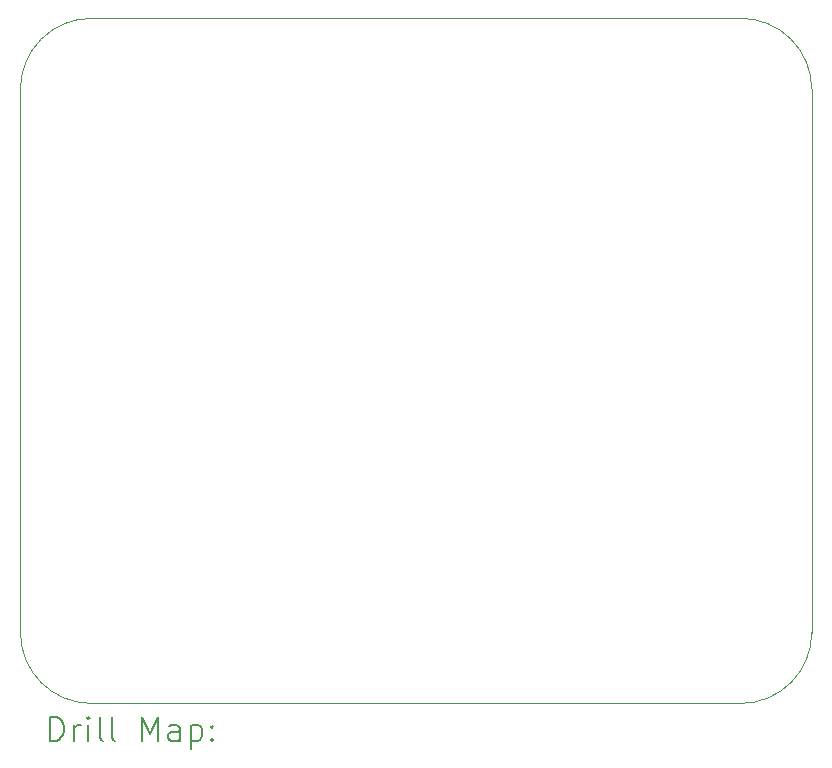
<source format=gbr>
%TF.GenerationSoftware,KiCad,Pcbnew,(6.0.9)*%
%TF.CreationDate,2023-02-07T16:56:12+01:00*%
%TF.ProjectId,driver_stepper_motor,64726976-6572-45f7-9374-65707065725f,2*%
%TF.SameCoordinates,Original*%
%TF.FileFunction,Drillmap*%
%TF.FilePolarity,Positive*%
%FSLAX45Y45*%
G04 Gerber Fmt 4.5, Leading zero omitted, Abs format (unit mm)*
G04 Created by KiCad (PCBNEW (6.0.9)) date 2023-02-07 16:56:12*
%MOMM*%
%LPD*%
G01*
G04 APERTURE LIST*
%ADD10C,0.100000*%
%ADD11C,0.200000*%
G04 APERTURE END LIST*
D10*
X5600000Y-18200000D02*
G75*
G03*
X6200000Y-18800000I600000J0D01*
G01*
X12300000Y-13600000D02*
G75*
G03*
X11700000Y-13000000I-600000J0D01*
G01*
X6200000Y-13000000D02*
G75*
G03*
X5600000Y-13600000I0J-600000D01*
G01*
X11700000Y-18800000D02*
X6200000Y-18800000D01*
X5600000Y-18200000D02*
X5600000Y-13600000D01*
X6200000Y-13000000D02*
X11700000Y-13000000D01*
X12300000Y-13600000D02*
X12300000Y-18200000D01*
X11700000Y-18800000D02*
G75*
G03*
X12300000Y-18200000I0J600000D01*
G01*
D11*
X5852619Y-19115476D02*
X5852619Y-18915476D01*
X5900238Y-18915476D01*
X5928809Y-18925000D01*
X5947857Y-18944048D01*
X5957381Y-18963095D01*
X5966905Y-19001190D01*
X5966905Y-19029762D01*
X5957381Y-19067857D01*
X5947857Y-19086905D01*
X5928809Y-19105952D01*
X5900238Y-19115476D01*
X5852619Y-19115476D01*
X6052619Y-19115476D02*
X6052619Y-18982143D01*
X6052619Y-19020238D02*
X6062143Y-19001190D01*
X6071667Y-18991667D01*
X6090714Y-18982143D01*
X6109762Y-18982143D01*
X6176428Y-19115476D02*
X6176428Y-18982143D01*
X6176428Y-18915476D02*
X6166905Y-18925000D01*
X6176428Y-18934524D01*
X6185952Y-18925000D01*
X6176428Y-18915476D01*
X6176428Y-18934524D01*
X6300238Y-19115476D02*
X6281190Y-19105952D01*
X6271667Y-19086905D01*
X6271667Y-18915476D01*
X6405000Y-19115476D02*
X6385952Y-19105952D01*
X6376428Y-19086905D01*
X6376428Y-18915476D01*
X6633571Y-19115476D02*
X6633571Y-18915476D01*
X6700238Y-19058333D01*
X6766905Y-18915476D01*
X6766905Y-19115476D01*
X6947857Y-19115476D02*
X6947857Y-19010714D01*
X6938333Y-18991667D01*
X6919286Y-18982143D01*
X6881190Y-18982143D01*
X6862143Y-18991667D01*
X6947857Y-19105952D02*
X6928809Y-19115476D01*
X6881190Y-19115476D01*
X6862143Y-19105952D01*
X6852619Y-19086905D01*
X6852619Y-19067857D01*
X6862143Y-19048810D01*
X6881190Y-19039286D01*
X6928809Y-19039286D01*
X6947857Y-19029762D01*
X7043095Y-18982143D02*
X7043095Y-19182143D01*
X7043095Y-18991667D02*
X7062143Y-18982143D01*
X7100238Y-18982143D01*
X7119286Y-18991667D01*
X7128809Y-19001190D01*
X7138333Y-19020238D01*
X7138333Y-19077381D01*
X7128809Y-19096429D01*
X7119286Y-19105952D01*
X7100238Y-19115476D01*
X7062143Y-19115476D01*
X7043095Y-19105952D01*
X7224048Y-19096429D02*
X7233571Y-19105952D01*
X7224048Y-19115476D01*
X7214524Y-19105952D01*
X7224048Y-19096429D01*
X7224048Y-19115476D01*
X7224048Y-18991667D02*
X7233571Y-19001190D01*
X7224048Y-19010714D01*
X7214524Y-19001190D01*
X7224048Y-18991667D01*
X7224048Y-19010714D01*
M02*

</source>
